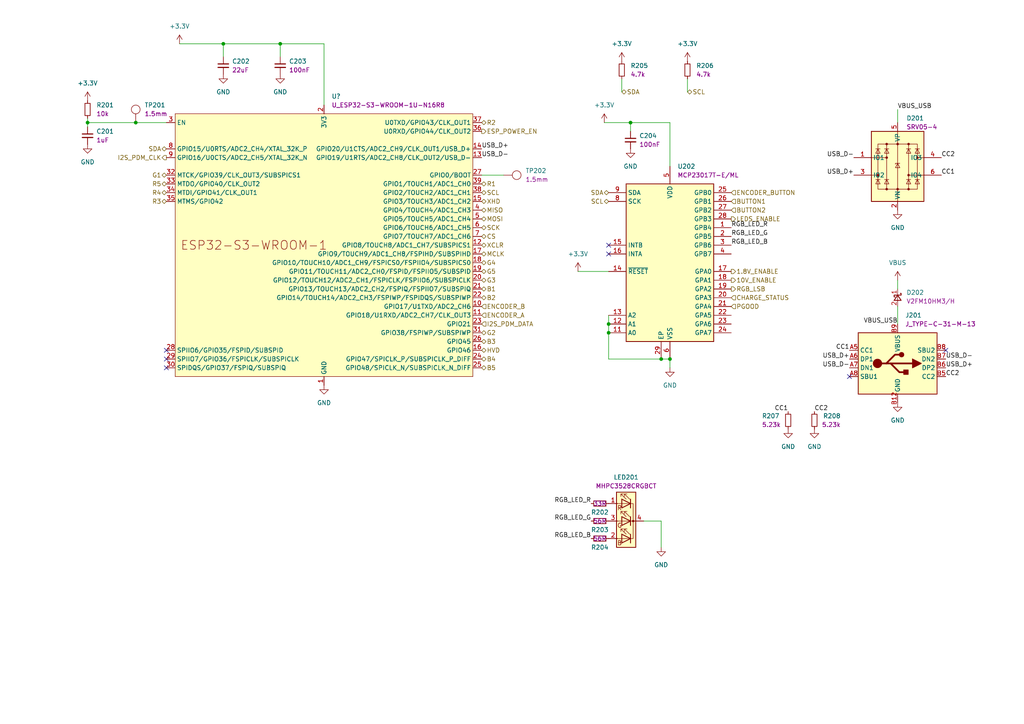
<source format=kicad_sch>
(kicad_sch (version 20230121) (generator eeschema)
  (paper "A4")
  (lib_symbols
    (symbol ".mounted-lib:C_0402_100nF_50V_X7R_10%" (pin_numbers hide)
      (property "Reference" "C?" (at 1.905 0 0))
      (property "DisplayValue" "100nF" (at 1.905 1.905 0))
      (symbol "C_0402_100nF_50V_X7R_10%_0_1"
        (polyline (pts (xy -1.524 -0.508) (xy 1.524 -0.508)) (stroke (width 0.3302)))
        (polyline (pts (xy -1.524 0.508) (xy 1.524 0.508)) (stroke (width 0.3048)))
      )
      (symbol "C_0402_100nF_50V_X7R_10%_1_1"
        (pin passive line (at 0 2.54 270) (length 2.032) (name "~") (number "1"))
        (pin passive line (at 0 -2.54 90) (length 2.032) (name "~") (number "2"))
      )
    )
    (symbol ".mounted-lib:C_0402_1uF_10V_X7R_10%" (pin_numbers hide)
      (property "Reference" "C?" (at 1.905 0 0))
      (property "DisplayValue" "1uF" (at 1.905 1.905 0))
      (symbol "C_0402_1uF_10V_X7R_10%_0_1"
        (polyline (pts (xy -1.524 -0.508) (xy 1.524 -0.508)) (stroke (width 0.3302)))
        (polyline (pts (xy -1.524 0.508) (xy 1.524 0.508)) (stroke (width 0.3048)))
      )
      (symbol "C_0402_1uF_10V_X7R_10%_1_1"
        (pin passive line (at 0 2.54 270) (length 2.032) (name "~") (number "1"))
        (pin passive line (at 0 -2.54 90) (length 2.032) (name "~") (number "2"))
      )
    )
    (symbol ".mounted-lib:C_0805_22uF_10V_XR7_20%" (pin_numbers hide)
      (property "Reference" "C?" (at 1.905 0 0))
      (property "DisplayValue" "22uF" (at 1.905 1.905 0))
      (symbol "C_0805_22uF_10V_XR7_20%_0_1"
        (polyline (pts (xy -1.524 -0.508) (xy 1.524 -0.508)) (stroke (width 0.3302)))
        (polyline (pts (xy -1.524 0.508) (xy 1.524 0.508)) (stroke (width 0.3048)))
      )
      (symbol "C_0805_22uF_10V_XR7_20%_1_1"
        (pin passive line (at 0 2.54 270) (length 2.032) (name "~") (number "1"))
        (pin passive line (at 0 -2.54 90) (length 2.032) (name "~") (number "2"))
      )
    )
    (symbol ".mounted-lib:D_SRV05-4"
      (property "Reference" "D?" (at 1.27 6.35 0))
      (property "DisplayValue" "SRV05-4" (at 10.16 -7.62 0))
      (symbol "D_SRV05-4_0_0"
        (rectangle (start -5.715 6.477) (end 5.715 -6.604))
        (polyline (pts (xy -3.175 -6.604) (xy -3.175 6.477)))
        (polyline (pts (xy 3.175 6.477) (xy 3.175 -6.604)))
      )
      (symbol "D_SRV05-4_0_1"
        (rectangle (start -7.62 10.16) (end 7.62 -10.16) (stroke (width 0.254)) (fill (type background)))
        (circle (center -5.715 -2.54) (radius 0.2794) (fill (type outline)))
        (circle (center -3.175 -6.604) (radius 0.2794) (fill (type outline)))
        (circle (center -3.175 2.54) (radius 0.2794) (fill (type outline)))
        (circle (center -3.175 6.477) (radius 0.2794) (fill (type outline)))
        (circle (center 0 -6.604) (radius 0.2794) (fill (type outline)))
        (polyline (pts (xy -7.747 2.54) (xy -3.175 2.54)))
        (polyline (pts (xy -7.62 -2.54) (xy -5.715 -2.54)))
        (polyline (pts (xy -5.08 -3.81) (xy -6.35 -3.81)))
        (polyline (pts (xy -5.08 5.08) (xy -6.35 5.08)))
        (polyline (pts (xy -2.54 -3.81) (xy -3.81 -3.81)))
        (polyline (pts (xy -2.54 5.08) (xy -3.81 5.08)))
        (polyline (pts (xy 0 10.16) (xy 0 -10.16)))
        (polyline (pts (xy 3.81 -3.81) (xy 2.54 -3.81)))
        (polyline (pts (xy 3.81 5.08) (xy 2.54 5.08)))
        (polyline (pts (xy 6.35 -3.81) (xy 5.08 -3.81)))
        (polyline (pts (xy 6.35 5.08) (xy 5.08 5.08)))
        (polyline (pts (xy 7.62 -2.54) (xy 3.175 -2.54)))
        (polyline (pts (xy 7.62 2.54) (xy 5.715 2.54)))
        (polyline (pts (xy 0.635 0.889) (xy -0.635 0.889) (xy -0.635 0.635)))
        (polyline (pts (xy -5.08 -5.08) (xy -6.35 -5.08) (xy -5.715 -3.81) (xy -5.08 -5.08)))
        (polyline (pts (xy -5.08 3.81) (xy -6.35 3.81) (xy -5.715 5.08) (xy -5.08 3.81)))
        (polyline (pts (xy -2.54 -5.08) (xy -3.81 -5.08) (xy -3.175 -3.81) (xy -2.54 -5.08)))
        (polyline (pts (xy -2.54 3.81) (xy -3.81 3.81) (xy -3.175 5.08) (xy -2.54 3.81)))
        (polyline (pts (xy 0.635 -0.381) (xy -0.635 -0.381) (xy 0 0.889) (xy 0.635 -0.381)))
        (polyline (pts (xy 3.81 -5.08) (xy 2.54 -5.08) (xy 3.175 -3.81) (xy 3.81 -5.08)))
        (polyline (pts (xy 3.81 3.81) (xy 2.54 3.81) (xy 3.175 5.08) (xy 3.81 3.81)))
        (polyline (pts (xy 6.35 -5.08) (xy 5.08 -5.08) (xy 5.715 -3.81) (xy 6.35 -5.08)))
        (polyline (pts (xy 6.35 3.81) (xy 5.08 3.81) (xy 5.715 5.08) (xy 6.35 3.81)))
        (circle (center 0 6.477) (radius 0.2794) (fill (type outline)))
        (circle (center 3.175 -6.604) (radius 0.2794) (fill (type outline)))
        (circle (center 3.175 -2.54) (radius 0.2794) (fill (type outline)))
        (circle (center 3.175 6.477) (radius 0.2794) (fill (type outline)))
        (circle (center 5.715 2.54) (radius 0.2794) (fill (type outline)))
      )
      (symbol "D_SRV05-4_1_1"
        (pin passive line (at -12.7 2.54 0) (length 5.08) (name "IO1") (number "1"))
        (pin passive line (at 0 -12.7 90) (length 2.54) (name "VN") (number "2"))
        (pin passive line (at -12.7 -2.54 0) (length 5.08) (name "IO2") (number "3"))
        (pin passive line (at 12.7 2.54 180) (length 5.08) (name "IO3") (number "4"))
        (pin passive line (at 0 12.7 270) (length 2.54) (name "VP") (number "5"))
        (pin passive line (at 12.7 -2.54 180) (length 5.08) (name "IO4") (number "6"))
      )
    )
    (symbol ".mounted-lib:D_V2FM10HM3{slash}H" (pin_names hide)
      (property "Reference" "D?" (at 0 2.54 0))
      (property "DisplayValue" "V2FM10HM3/H" (at 0 -2.54 0))
      (symbol "D_V2FM10HM3{slash}H_0_1"
        (polyline (pts (xy -0.762 0) (xy 0.762 0)))
        (polyline (pts (xy 0.762 -1.016) (xy -0.762 0) (xy 0.762 1.016) (xy 0.762 -1.016)) (stroke (width 0.254)))
        (polyline (pts (xy -1.27 0.762) (xy -1.27 1.016) (xy -0.762 1.016) (xy -0.762 -1.016) (xy -0.254 -1.016) (xy -0.254 -0.762)) (stroke (width 0.254)))
      )
      (symbol "D_V2FM10HM3{slash}H_1_1"
        (pin passive line (at -2.54 0 0) (length 1.778) (name "K") (number "1"))
        (pin passive line (at 2.54 0 180) (length 1.778) (name "A") (number "2"))
      )
    )
    (symbol ".mounted-lib:J_TYPE-C-31-M-13"
      (property "Reference" "J?" (at -11.43 12.7 0))
      (property "DisplayValue" "J_TYPE-C-31-M-13" (at -11.43 10.16 0))
      (symbol "J_TYPE-C-31-M-13_0_1"
        (rectangle (start -11.43 8.89) (end 11.43 -8.89) (stroke (width 0.254)) (fill (type background)))
        (circle (center -5.842 0) (radius 1.27) (fill (type outline)))
        (polyline (pts (xy -5.842 0) (xy 4.318 0)) (stroke (width 0.508)))
        (polyline (pts (xy -3.302 0) (xy -0.762 2.54) (xy 0.508 2.54)) (stroke (width 0.508)))
        (polyline (pts (xy -2.032 0) (xy 0.508 -2.54) (xy 1.778 -2.54)) (stroke (width 0.508)))
        (polyline (pts (xy 4.318 1.27) (xy 6.858 0) (xy 4.318 -1.27) (xy 4.318 1.27)) (stroke (width 0.254)) (fill (type outline)))
        (circle (center 1.143 2.54) (radius 0.635) (stroke (width 0.254)) (fill (type outline)))
        (rectangle (start 1.778 -1.905) (end 3.048 -3.175) (stroke (width 0.254)) (fill (type outline)))
      )
      (symbol "J_TYPE-C-31-M-13_1_1"
        (pin passive line (at 0 -11.43 90) (length 2.54) hide (name "GND") (number "A1"))
        (pin passive line (at 0 -11.43 90) (length 2.54) hide (name "GND") (number "A12"))
        (pin passive line (at 0 11.43 270) (length 2.54) hide (name "VBUS") (number "A4"))
        (pin passive line (at -13.97 3.81 0) (length 2.54) (name "CC1") (number "A5"))
        (pin passive line (at -13.97 1.27 0) (length 2.54) (name "DP1") (number "A6"))
        (pin passive line (at -13.97 -1.27 0) (length 2.54) (name "DN1") (number "A7"))
        (pin passive line (at -13.97 -3.81 0) (length 2.54) (name "SBU1") (number "A8"))
        (pin passive line (at 0 11.43 270) (length 2.54) hide (name "VBUS") (number "A9"))
        (pin passive line (at 0 -11.43 90) (length 2.54) hide (name "GND") (number "B1"))
        (pin passive line (at 0 -11.43 90) (length 2.54) (name "GND") (number "B12"))
        (pin passive line (at 0 11.43 270) (length 2.54) hide (name "VBUS") (number "B4"))
        (pin passive line (at 13.97 -3.81 180) (length 2.54) (name "CC2") (number "B5"))
        (pin passive line (at 13.97 -1.27 180) (length 2.54) (name "DP2") (number "B6"))
        (pin passive line (at 13.97 1.27 180) (length 2.54) (name "DN2") (number "B7"))
        (pin passive line (at 13.97 3.81 180) (length 2.54) (name "SBU2") (number "B8"))
        (pin passive line (at 0 11.43 270) (length 2.54) (name "VBUS") (number "B9"))
        (pin passive line (at 0 -11.43 90) (length 2.54) hide (name "GND") (number "GND"))
      )
    )
    (symbol ".mounted-lib:LED_MHPC3528CRGBCT" (pin_names hide)
      (property "Reference" "LED?" (at -5.08 14.605 0))
      (property "DisplayValue" "MHPC3528CRGBCT" (at -5.08 10.795 0))
      (symbol "LED_MHPC3528CRGBCT_0_0"
        (text "B" (at 1.905 -6.35 0) (effects (font (size 1.27 1.27))))
        (text "G" (at 1.905 -1.27 0) (effects (font (size 1.27 1.27))))
        (text "R" (at 1.905 3.81 0) (effects (font (size 1.27 1.27))))
      )
      (symbol "LED_MHPC3528CRGBCT_0_1"
        (circle (center -2.032 0) (radius 0.254) (fill (type outline)))
        (polyline (pts (xy -1.27 -5.08) (xy 1.27 -5.08)))
        (polyline (pts (xy -1.27 -3.81) (xy -1.27 -6.35)) (stroke (width 0.254)))
        (polyline (pts (xy -1.27 0) (xy -2.54 0)))
        (polyline (pts (xy -1.27 1.27) (xy -1.27 -1.27)) (stroke (width 0.254)))
        (polyline (pts (xy -1.27 5.08) (xy 1.27 5.08)))
        (polyline (pts (xy -1.27 6.35) (xy -1.27 3.81)) (stroke (width 0.254)))
        (polyline (pts (xy 1.27 -5.08) (xy 2.54 -5.08)))
        (polyline (pts (xy 1.27 0) (xy -1.27 0)))
        (polyline (pts (xy 1.27 0) (xy 2.54 0)))
        (polyline (pts (xy 1.27 5.08) (xy 2.54 5.08)))
        (polyline (pts (xy -1.27 1.27) (xy -1.27 -1.27) (xy -1.27 -1.27)))
        (polyline (pts (xy -1.27 6.35) (xy -1.27 3.81) (xy -1.27 3.81)))
        (polyline (pts (xy -1.27 5.08) (xy -2.032 5.08) (xy -2.032 -5.08) (xy -1.016 -5.08)))
        (polyline (pts (xy 1.27 -3.81) (xy 1.27 -6.35) (xy -1.27 -5.08) (xy 1.27 -3.81)) (stroke (width 0.254)))
        (polyline (pts (xy 1.27 1.27) (xy 1.27 -1.27) (xy -1.27 0) (xy 1.27 1.27)) (stroke (width 0.254)))
        (polyline (pts (xy 1.27 6.35) (xy 1.27 3.81) (xy -1.27 5.08) (xy 1.27 6.35)) (stroke (width 0.254)))
        (polyline (pts (xy -1.016 -3.81) (xy 0.508 -2.286) (xy -0.254 -2.286) (xy 0.508 -2.286) (xy 0.508 -3.048)))
        (polyline (pts (xy -1.016 1.27) (xy 0.508 2.794) (xy -0.254 2.794) (xy 0.508 2.794) (xy 0.508 2.032)))
        (polyline (pts (xy -1.016 6.35) (xy 0.508 7.874) (xy -0.254 7.874) (xy 0.508 7.874) (xy 0.508 7.112)))
        (polyline (pts (xy 0 -3.81) (xy 1.524 -2.286) (xy 0.762 -2.286) (xy 1.524 -2.286) (xy 1.524 -3.048)))
        (polyline (pts (xy 0 1.27) (xy 1.524 2.794) (xy 0.762 2.794) (xy 1.524 2.794) (xy 1.524 2.032)))
        (polyline (pts (xy 0 6.35) (xy 1.524 7.874) (xy 0.762 7.874) (xy 1.524 7.874) (xy 1.524 7.112)))
        (rectangle (start 1.27 -1.27) (end 1.27 1.27))
        (rectangle (start 1.27 1.27) (end 1.27 1.27))
        (rectangle (start 1.27 3.81) (end 1.27 6.35))
        (rectangle (start 1.27 6.35) (end 1.27 6.35))
        (rectangle (start 1.27 6.35) (end 1.27 6.35))
        (rectangle (start 2.794 8.382) (end -2.794 -7.62) (stroke (width 0.254)) (fill (type background)))
      )
      (symbol "LED_MHPC3528CRGBCT_1_1"
        (pin passive line (at 5.08 5.08 180) (length 2.54) (name "RA") (number "1"))
        (pin passive line (at 5.08 -5.08 180) (length 2.54) (name "GA") (number "2"))
        (pin passive line (at 5.08 0 180) (length 2.54) (name "BA") (number "3"))
        (pin passive line (at -5.08 0 0) (length 2.54) (name "K") (number "4"))
      )
    )
    (symbol ".mounted-lib:R_0402_10k_1%_0.06W" (pin_numbers hide)
      (property "Reference" "R?" (at 1.27 0 0))
      (property "DisplayValue" "10k" (at 1.27 1.905 0))
      (symbol "R_0402_10k_1%_0.06W_0_1"
        (rectangle (start -0.762 1.778) (end 0.762 -1.778) (stroke (width 0.2032)))
      )
      (symbol "R_0402_10k_1%_0.06W_1_1"
        (pin passive line (at 0 2.54 270) (length 0.762) (name "~") (number "1"))
        (pin passive line (at 0 -2.54 90) (length 0.762) (name "~") (number "2"))
      )
    )
    (symbol ".mounted-lib:R_0402_33R_1%_0.06W" (pin_numbers hide)
      (property "Reference" "R?" (at 1.27 0 0))
      (property "DisplayValue" "33R" (at 1.27 1.905 0))
      (symbol "R_0402_33R_1%_0.06W_0_1"
        (rectangle (start -0.762 1.778) (end 0.762 -1.778) (stroke (width 0.2032)))
      )
      (symbol "R_0402_33R_1%_0.06W_1_1"
        (pin passive line (at 0 2.54 270) (length 0.762) (name "~") (number "1"))
        (pin passive line (at 0 -2.54 90) (length 0.762) (name "~") (number "2"))
      )
    )
    (symbol ".mounted-lib:R_0402_4.7k_1%_0.06W" (pin_numbers hide)
      (property "Reference" "R?" (at 1.27 0 0))
      (property "DisplayValue" "4.7k" (at 1.27 1.905 0))
      (symbol "R_0402_4.7k_1%_0.06W_0_1"
        (rectangle (start -0.762 1.778) (end 0.762 -1.778) (stroke (width 0.2032)))
      )
      (symbol "R_0402_4.7k_1%_0.06W_1_1"
        (pin passive line (at 0 2.54 270) (length 0.762) (name "~") (number "1"))
        (pin passive line (at 0 -2.54 90) (length 0.762) (name "~") (number "2"))
      )
    )
    (symbol ".mounted-lib:R_0402_5.23k_1%_0.06W" (pin_numbers hide)
      (property "Reference" "R?" (at 1.27 0 0))
      (property "DisplayValue" "5.23k" (at 1.27 1.905 0))
      (symbol "R_0402_5.23k_1%_0.06W_0_1"
        (rectangle (start -0.762 1.778) (end 0.762 -1.778) (stroke (width 0.2032)))
      )
      (symbol "R_0402_5.23k_1%_0.06W_1_1"
        (pin passive line (at 0 2.54 270) (length 0.762) (name "~") (number "1"))
        (pin passive line (at 0 -2.54 90) (length 0.762) (name "~") (number "2"))
      )
    )
    (symbol ".mounted-lib:TESTPOINT_1.5MM" (in_bom no)
      (property "Reference" "TP" (at 0 2.54 0))
      (property "DisplayValue" "1.5mm" (at 0 -2.54 0))
      (symbol "TESTPOINT_1.5MM_0_1"
        (circle (center 0 0) (radius 1.27))
      )
      (symbol "TESTPOINT_1.5MM_1_1"
        (pin passive line (at 3.81 0 180) (length 2.54) (name "~") (number "1"))
      )
    )
    (symbol ".mounted-lib:U_ESP32-S3-WROOM-1U-N16R8"
      (property "Reference" "U1" (at 2.1941 43.18 0))
      (property "DisplayValue" "U_ESP32-S3-WROOM-1U-N16R8" (at 2.1941 40.64 0))
      (symbol "U_ESP32-S3-WROOM-1U-N16R8_0_0"
        (text "ESP32-S3-WROOM-1" (at -20.32 0 0) (effects (font (size 2.54 2.54))))
        (pin power_in line (at 0 -40.64 90) (length 2.54) (name "GND") (number "1"))
        (pin bidirectional line (at 45.72 -17.78 180) (length 2.54) (name "GPIO17/U1TXD/ADC2_CH6") (number "10"))
        (pin bidirectional line (at 45.72 -20.32 180) (length 2.54) (name "GPIO18/U1RXD/ADC2_CH7/CLK_OUT3") (number "11"))
        (pin bidirectional line (at 45.72 0 180) (length 2.54) (name "GPIO8/TOUCH8/ADC1_CH7/SUBSPICS1") (number "12"))
        (pin bidirectional line (at 45.72 25.4 180) (length 2.54) (name "GPIO19/U1RTS/ADC2_CH8/CLK_OUT2/USB_D-") (number "13"))
        (pin bidirectional line (at 45.72 27.94 180) (length 2.54) (name "GPIO20/U1CTS/ADC2_CH9/CLK_OUT1/USB_D+") (number "14"))
        (pin bidirectional line (at 45.72 12.7 180) (length 2.54) (name "GPIO3/TOUCH3/ADC1_CH2") (number "15"))
        (pin bidirectional line (at 45.72 -30.48 180) (length 2.54) (name "GPIO46") (number "16"))
        (pin bidirectional line (at 45.72 -2.54 180) (length 2.54) (name "GPIO9/TOUCH9/ADC1_CH8/FSPIHD/SUBSPIHD") (number "17"))
        (pin bidirectional line (at 45.72 -5.08 180) (length 2.54) (name "GPIO10/TOUCH10/ADC1_CH9/FSPICS0/FSPIIO4/SUBSPICS0") (number "18"))
        (pin bidirectional line (at 45.72 -7.62 180) (length 2.54) (name "GPIO11/TOUCH11/ADC2_CH0/FSPID/FSPIIO5/SUBSPID") (number "19"))
        (pin power_in line (at 0 40.64 270) (length 2.54) (name "3V3") (number "2"))
        (pin bidirectional line (at 45.72 -10.16 180) (length 2.54) (name "GPIO12/TOUCH12/ADC2_CH1/FSPICLK/FSPIIO6/SUBSPICLK") (number "20"))
        (pin bidirectional line (at 45.72 -12.7 180) (length 2.54) (name "GPIO13/TOUCH13/ADC2_CH2/FSPIQ/FSPIIO7/SUBSPIQ") (number "21"))
        (pin bidirectional line (at 45.72 -15.24 180) (length 2.54) (name "GPIO14/TOUCH14/ADC2_CH3/FSPIWP/FSPIDQS/SUBSPIWP") (number "22"))
        (pin bidirectional line (at 45.72 -22.86 180) (length 2.54) (name "GPIO21") (number "23"))
        (pin bidirectional line (at 45.72 -33.02 180) (length 2.54) (name "GPIO47/SPICLK_P/SUBSPICLK_P_DIFF") (number "24"))
        (pin bidirectional line (at 45.72 -35.56 180) (length 2.54) (name "GPIO48/SPICLK_N/SUBSPICLK_N_DIFF") (number "25"))
        (pin bidirectional line (at 45.72 -27.94 180) (length 2.54) (name "GPIO45") (number "26"))
        (pin bidirectional line (at 45.72 20.32 180) (length 2.54) (name "GPIO0/BOOT") (number "27"))
        (pin bidirectional line (at -45.72 -30.48 0) (length 2.54) (name "SPIIO6/GPIO35/FSPID/SUBSPID") (number "28"))
        (pin bidirectional line (at -45.72 -33.02 0) (length 2.54) (name "SPIIO7/GPIO36/FSPICLK/SUBSPICLK") (number "29"))
        (pin input line (at -45.72 35.56 0) (length 2.54) (name "EN") (number "3"))
        (pin bidirectional line (at -45.72 -35.56 0) (length 2.54) (name "SPIDQS/GPIO37/FSPIQ/SUBSPIQ") (number "30"))
        (pin bidirectional line (at 45.72 -25.4 180) (length 2.54) (name "GPIO38/FSPIWP/SUBSPIWP") (number "31"))
        (pin bidirectional line (at -45.72 20.32 0) (length 2.54) (name "MTCK/GPIO39/CLK_OUT3/SUBSPICS1") (number "32"))
        (pin bidirectional line (at -45.72 17.78 0) (length 2.54) (name "MTDO/GPIO40/CLK_OUT2") (number "33"))
        (pin bidirectional line (at -45.72 15.24 0) (length 2.54) (name "MTDI/GPIO41/CLK_OUT1") (number "34"))
        (pin bidirectional line (at -45.72 12.7 0) (length 2.54) (name "MTMS/GPIO42") (number "35"))
        (pin bidirectional line (at 45.72 33.02 180) (length 2.54) (name "U0RXD/GPIO44/CLK_OUT2") (number "36"))
        (pin bidirectional line (at 45.72 35.56 180) (length 2.54) (name "U0TXD/GPIO43/CLK_OUT1") (number "37"))
        (pin bidirectional line (at 45.72 15.24 180) (length 2.54) (name "GPIO2/TOUCH2/ADC1_CH1") (number "38"))
        (pin bidirectional line (at 45.72 17.78 180) (length 2.54) (name "GPIO1/TOUCH1/ADC1_CH0") (number "39"))
        (pin bidirectional line (at 45.72 10.16 180) (length 2.54) (name "GPIO4/TOUCH4/ADC1_CH3") (number "4"))
        (pin passive line (at 0 -40.64 90) (length 2.54) hide (name "GND") (number "40"))
        (pin passive line (at 0 -40.64 90) (length 2.54) hide (name "GND") (number "41"))
        (pin bidirectional line (at 45.72 7.62 180) (length 2.54) (name "GPIO5/TOUCH5/ADC1_CH4") (number "5"))
        (pin bidirectional line (at 45.72 5.08 180) (length 2.54) (name "GPIO6/TOUCH6/ADC1_CH5") (number "6"))
        (pin bidirectional line (at 45.72 2.54 180) (length 2.54) (name "GPIO7/TOUCH7/ADC1_CH6") (number "7"))
        (pin bidirectional line (at -45.72 27.94 0) (length 2.54) (name "GPIO15/U0RTS/ADC2_CH4/XTAL_32K_P") (number "8"))
        (pin bidirectional line (at -45.72 25.4 0) (length 2.54) (name "GPIO16/U0CTS/ADC2_CH5/XTAL_32K_N") (number "9"))
      )
      (symbol "U_ESP32-S3-WROOM-1U-N16R8_0_1"
        (rectangle (start -43.18 38.1) (end 43.18 -38.1) (fill (type background)))
      )
    )
    (symbol ".mounted-lib:U_MCP23017T-E/ML"
      (property "Reference" "U?" (at 3.81 24.13 0))
      (property "DisplayValue" "MCP23017T-E/ML" (at 3.81 21.59 0))
      (symbol "U_MCP23017T-E/ML_0_1"
        (rectangle (start -12.7 20.32) (end 12.7 -25.4) (stroke (width 0.254)) (fill (type background)))
      )
      (symbol "U_MCP23017T-E/ML_1_1"
        (pin bidirectional line (at 17.78 7.62 180) (length 5.08) (name "GPB4") (number "1"))
        (pin no_connect line (at -17.78 10.16 0) (length 5.08) hide (name "NC") (number "10"))
        (pin input line (at -17.78 -22.86 0) (length 5.08) (name "A0") (number "11"))
        (pin input line (at -17.78 -20.32 0) (length 5.08) (name "A1") (number "12"))
        (pin input line (at -17.78 -17.78 0) (length 5.08) (name "A2") (number "13"))
        (pin input line (at -17.78 -5.08 0) (length 5.08) (name "~{RESET}") (number "14"))
        (pin tri_state line (at -17.78 2.54 0) (length 5.08) (name "INTB") (number "15"))
        (pin tri_state line (at -17.78 0 0) (length 5.08) (name "INTA") (number "16"))
        (pin bidirectional line (at 17.78 -5.08 180) (length 5.08) (name "GPA0") (number "17"))
        (pin bidirectional line (at 17.78 -7.62 180) (length 5.08) (name "GPA1") (number "18"))
        (pin bidirectional line (at 17.78 -10.16 180) (length 5.08) (name "GPA2") (number "19"))
        (pin bidirectional line (at 17.78 5.08 180) (length 5.08) (name "GPB5") (number "2"))
        (pin bidirectional line (at 17.78 -12.7 180) (length 5.08) (name "GPA3") (number "20"))
        (pin bidirectional line (at 17.78 -15.24 180) (length 5.08) (name "GPA4") (number "21"))
        (pin bidirectional line (at 17.78 -17.78 180) (length 5.08) (name "GPA5") (number "22"))
        (pin bidirectional line (at 17.78 -20.32 180) (length 5.08) (name "GPA6") (number "23"))
        (pin bidirectional line (at 17.78 -22.86 180) (length 5.08) (name "GPA7") (number "24"))
        (pin bidirectional line (at 17.78 17.78 180) (length 5.08) (name "GPB0") (number "25"))
        (pin bidirectional line (at 17.78 15.24 180) (length 5.08) (name "GPB1") (number "26"))
        (pin bidirectional line (at 17.78 12.7 180) (length 5.08) (name "GPB2") (number "27"))
        (pin bidirectional line (at 17.78 10.16 180) (length 5.08) (name "GPB3") (number "28"))
        (pin passive line (at -2.54 -30.48 90) (length 5.08) (name "EP") (number "29"))
        (pin bidirectional line (at 17.78 2.54 180) (length 5.08) (name "GPB6") (number "3"))
        (pin bidirectional line (at 17.78 0 180) (length 5.08) (name "GPB7") (number "4"))
        (pin power_in line (at 0 25.4 270) (length 5.08) (name "VDD") (number "5"))
        (pin power_in line (at 0 -30.48 90) (length 5.08) (name "VSS") (number "6"))
        (pin no_connect line (at -17.78 12.7 0) (length 5.08) hide (name "NC") (number "7"))
        (pin input line (at -17.78 15.24 0) (length 5.08) (name "SCK") (number "8"))
        (pin bidirectional line (at -17.78 17.78 0) (length 5.08) (name "SDA") (number "9"))
      )
    )
    (symbol "R_0402_56R_1%_0.06W_1" (pin_numbers hide)
      (property "Reference" "R?" (at 1.27 0 0))
      (property "DisplayValue" "56R" (at 1.27 1.905 0))
      (symbol "R_0402_56R_1%_0.06W_1_0_1"
        (rectangle (start -0.762 1.778) (end 0.762 -1.778) (stroke (width 0.2032)))
      )
      (symbol "R_0402_56R_1%_0.06W_1_1_1"
        (pin passive line (at 0 2.54 270) (length 0.762) (name "~") (number "1"))
        (pin passive line (at 0 -2.54 90) (length 0.762) (name "~") (number "2"))
      )
    )
    (symbol "power:+3.3V" (power) (pin_names (offset 0))
      (property "Value" "+3.3V" (at 0 3.556 0))
      (symbol "+3.3V_0_1"
        (polyline (pts (xy -0.762 1.27) (xy 0 2.54)))
        (polyline (pts (xy 0 0) (xy 0 2.54)))
        (polyline (pts (xy 0 2.54) (xy 0.762 1.27)))
      )
      (symbol "+3.3V_1_1"
        (pin power_in line (at 0 0 90) (length 0) hide (name "+3.3V") (number "1"))
      )
    )
    (symbol "power:GND" (power) (pin_names (offset 0))
      (property "Value" "GND" (at 0 -3.81 0))
      (symbol "GND_0_1"
        (polyline (pts (xy 0 0) (xy 0 -1.27) (xy 1.27 -1.27) (xy 0 -2.54) (xy -1.27 -1.27) (xy 0 -1.27)))
      )
      (symbol "GND_1_1"
        (pin power_in line (at 0 0 270) (length 0) hide (name "GND") (number "1"))
      )
    )
    (symbol "power:VBUS" (power) (pin_names (offset 0))
      (property "Value" "VBUS" (at 0 3.81 0))
      (symbol "VBUS_0_1"
        (polyline (pts (xy -0.762 1.27) (xy 0 2.54)))
        (polyline (pts (xy 0 0) (xy 0 2.54)))
        (polyline (pts (xy 0 2.54) (xy 0.762 1.27)))
      )
      (symbol "VBUS_1_1"
        (pin power_in line (at 0 0 90) (length 0) hide (name "VBUS") (number "1"))
      )
    )
  )
  (junction (at 182.88 35.56))
  (junction (at 194.31 104.14))
  (junction (at 176.53 93.98))
  (junction (at 81.28 12.7))
  (junction (at 191.77 104.14))
  (junction (at 25.4 35.56))
  (junction (at 39.37 35.56))
  (junction (at 176.53 96.52))
  (junction (at 64.77 12.7))
  (no_connect (at 246.38 109.22))
  (no_connect (at 48.26 101.6))
  (no_connect (at 48.26 106.68))
  (no_connect (at 176.53 71.12))
  (no_connect (at 274.32 101.6))
  (no_connect (at 176.53 73.66))
  (no_connect (at 48.26 104.14))
  (wire (pts (xy 25.4 35.56) (xy 39.37 35.56)))
  (wire (pts (xy 260.35 88.9) (xy 260.35 93.98)))
  (wire (pts (xy 194.31 35.56) (xy 194.31 48.26)))
  (wire (pts (xy 93.98 12.7) (xy 93.98 30.48)))
  (wire (pts (xy 146.05 50.8) (xy 139.7 50.8)))
  (wire (pts (xy 186.69 151.13) (xy 191.77 151.13)))
  (wire (pts (xy 176.53 93.98) (xy 176.53 91.44)))
  (wire (pts (xy 199.39 26.67) (xy 199.39 22.86)))
  (wire (pts (xy 167.64 78.74) (xy 176.53 78.74)))
  (wire (pts (xy 81.28 16.51) (xy 81.28 12.7)))
  (wire (pts (xy 260.35 31.75) (xy 260.35 35.56)))
  (wire (pts (xy 25.4 35.56) (xy 25.4 36.83)))
  (wire (pts (xy 260.35 81.28) (xy 260.35 83.82)))
  (wire (pts (xy 191.77 151.13) (xy 191.77 158.75)))
  (wire (pts (xy 64.77 16.51) (xy 64.77 12.7)))
  (wire (pts (xy 182.88 35.56) (xy 194.31 35.56)))
  (wire (pts (xy 52.07 12.7) (xy 64.77 12.7)))
  (wire (pts (xy 81.28 12.7) (xy 93.98 12.7)))
  (wire (pts (xy 175.26 35.56) (xy 182.88 35.56)))
  (wire (pts (xy 194.31 104.14) (xy 191.77 104.14)))
  (wire (pts (xy 39.37 35.56) (xy 48.26 35.56)))
  (wire (pts (xy 180.34 26.67) (xy 180.34 22.86)))
  (wire (pts (xy 64.77 12.7) (xy 81.28 12.7)))
  (wire (pts (xy 191.77 104.14) (xy 176.53 104.14)))
  (wire (pts (xy 176.53 96.52) (xy 176.53 93.98)))
  (wire (pts (xy 176.53 104.14) (xy 176.53 96.52)))
  (wire (pts (xy 25.4 34.29) (xy 25.4 35.56)))
  (wire (pts (xy 194.31 106.68) (xy 194.31 104.14)))
  (wire (pts (xy 182.88 38.1) (xy 182.88 35.56)))
  (label "CC1" (at 273.05 50.8 0))
  (label "CC1" (at 228.6 119.38 180))
  (label "CC2" (at 273.05 45.72 0))
  (label "CC2" (at 274.32 109.22 0))
  (label "USB_D+" (at 247.65 50.8 180))
  (label "USB_D-" (at 139.7 45.72 0))
  (label "USB_D+" (at 246.38 104.14 180))
  (label "USB_D-" (at 246.38 106.68 180))
  (label "VBUS_USB" (at 260.35 31.75 0))
  (label "USB_D-" (at 247.65 45.72 180))
  (label "CC1" (at 246.38 101.6 180))
  (label "USB_D+" (at 274.32 106.68 0))
  (label "VBUS_USB" (at 260.35 93.98 180))
  (label "CC2" (at 236.22 119.38 0))
  (label "RGB_LED_R" (at 171.45 146.05 180))
  (label "RGB_LED_G" (at 171.45 151.13 180))
  (label "RGB_LED_R" (at 212.09 66.04 0))
  (label "RGB_LED_B" (at 212.09 71.12 0))
  (label "RGB_LED_G" (at 212.09 68.58 0))
  (label "USB_D-" (at 274.32 104.14 0))
  (label "RGB_LED_B" (at 171.45 156.21 180))
  (label "USB_D+" (at 139.7 43.18 0))
  (hierarchical_label "G2" (shape bidirectional) (at 139.7 96.52 0))
  (hierarchical_label "MISO" (shape bidirectional) (at 139.7 60.96 0))
  (hierarchical_label "XHD" (shape bidirectional) (at 139.7 58.42 0))
  (hierarchical_label "RGB_LSB" (shape output) (at 212.09 83.82 0))
  (hierarchical_label "SDA" (shape bidirectional) (at 48.26 43.18 180))
  (hierarchical_label "I2S_PDM_DATA" (shape input) (at 139.7 93.98 0))
  (hierarchical_label "B2" (shape bidirectional) (at 139.7 86.36 0))
  (hierarchical_label "B3" (shape bidirectional) (at 139.7 99.06 0))
  (hierarchical_label "R5" (shape bidirectional) (at 48.26 53.34 180))
  (hierarchical_label "R2" (shape bidirectional) (at 139.7 35.56 0))
  (hierarchical_label "R4" (shape bidirectional) (at 48.26 55.88 180))
  (hierarchical_label "XCLR" (shape bidirectional) (at 139.7 71.12 0))
  (hierarchical_label "ENCODER_A" (shape input) (at 139.7 91.44 0))
  (hierarchical_label "SDA" (shape bidirectional) (at 176.53 55.88 180))
  (hierarchical_label "SCL" (shape bidirectional) (at 199.39 26.67 0))
  (hierarchical_label "SCL" (shape bidirectional) (at 139.7 55.88 0))
  (hierarchical_label "G4" (shape bidirectional) (at 139.7 76.2 0))
  (hierarchical_label "B1" (shape bidirectional) (at 139.7 83.82 0))
  (hierarchical_label "SCK" (shape bidirectional) (at 139.7 66.04 0))
  (hierarchical_label "R1" (shape bidirectional) (at 139.7 53.34 0))
  (hierarchical_label "G1" (shape bidirectional) (at 48.26 50.8 180))
  (hierarchical_label "I2S_PDM_CLK" (shape output) (at 48.26 45.72 180))
  (hierarchical_label "SDA" (shape bidirectional) (at 180.34 26.67 0))
  (hierarchical_label "SCL" (shape bidirectional) (at 176.53 58.42 180))
  (hierarchical_label "G5" (shape bidirectional) (at 139.7 78.74 0))
  (hierarchical_label "MOSI" (shape bidirectional) (at 139.7 63.5 0))
  (hierarchical_label "G3" (shape bidirectional) (at 139.7 81.28 0))
  (hierarchical_label "ENCODER_B" (shape input) (at 139.7 88.9 0))
  (hierarchical_label "ESP_POWER_EN" (shape output) (at 139.7 38.1 0))
  (hierarchical_label "10V_ENABLE" (shape output) (at 212.09 81.28 0))
  (hierarchical_label "ENCODER_BUTTON" (shape input) (at 212.09 55.88 0))
  (hierarchical_label "CS" (shape bidirectional) (at 139.7 68.58 0))
  (hierarchical_label "B5" (shape bidirectional) (at 139.7 106.68 0))
  (hierarchical_label "PGOOD" (shape input) (at 212.09 88.9 0))
  (hierarchical_label "MCLK" (shape bidirectional) (at 139.7 73.66 0))
  (hierarchical_label "CHARGE_STATUS" (shape input) (at 212.09 86.36 0))
  (hierarchical_label "1.8V_ENABLE" (shape output) (at 212.09 78.74 0))
  (hierarchical_label "B4" (shape bidirectional) (at 139.7 104.14 0))
  (hierarchical_label "LEDS_ENABLE" (shape output) (at 212.09 63.5 0))
  (hierarchical_label "BUTTON1" (shape input) (at 212.09 58.42 0))
  (hierarchical_label "BUTTON2" (shape input) (at 212.09 60.96 0))
  (hierarchical_label "R3" (shape bidirectional) (at 48.26 58.42 180))
  (hierarchical_label "HVD" (shape bidirectional) (at 139.7 101.6 0))
  (symbol (lib_id "power:+3.3V") (at 199.39 17.78 0) (unit 1)
    (property "Reference" "#PWR0213" (effects hide))
    (property "Value" "+3.3V" (at 199.39 12.7 0))
  )
  (symbol (lib_id ".mounted-lib:C_0402_100nF_50V_X7R_10%") (at 182.88 40.64 0) (unit 1)
    (property "Reference" "C204" (at 185.42 39.3763 0) (effects (justify left)))
    (property "Value" "C_0603_100nF_100V_X7R_10%" (effects hide))
    (property "Footprint" ".mounted-lib:C_0402_1005Metric" (effects hide))
    (property "Datasheet" "http://127.0.0.1" (effects hide))
    (property "DisplayValue" "100nF" (at 185.42 41.9163 0) (effects (justify left)))
    (property "CMP_ID" "1062" (effects hide))
    (property "Category" "CAPACITOR" (effects hide))
    (property "Family" "MLCC" (effects hide))
    (property "_Created" "LTT 2022-05-11" (effects hide))
    (property "_Checked" "MAR 2022-05-18" (effects hide))
    (property "Mount" "SMD" (effects hide))
    (property "Package" "C0603" (effects hide))
    (property "TempMin_C" "-55°C" (effects hide))
    (property "TempMax_C" "125°C" (effects hide))
    (property "Automotive" "N" (effects hide))
    (property "MaxHeight_mm" "0.5mm" (effects hide))
    (property "Voltage" "50V" (effects hide))
    (property "Dielectric" "X7R" (effects hide))
    (property "Tolerance" "10%" (effects hide))
  )
  (symbol (lib_id ".mounted-lib:LED_MHPC3528CRGBCT") (at 181.61 151.13 0) (mirror y) (unit 1)
    (property "Reference" "LED201" (at 181.61 138.43 0))
    (property "Value" "LED_MHPC3528CRGBCT" (effects hide))
    (property "Footprint" ".mounted-lib:LED_MHPC3528CRGBCT" (effects hide))
    (property "Datasheet" "https://datasheet.lcsc.com/lcsc/2202141600_MEIHUA-MHPC3528CRGBCT_C2962096.pdf" (effects hide))
    (property "Manufacturer" "MEIHUA" (effects hide))
    (property "MPN" "MHPC3528CRGBCT" (effects hide))
    (property "DisplayValue" "MHPC3528CRGBCT" (at 181.61 140.97 0))
    (property "CMP_ID" "1093" (effects hide))
    (property "Category" "DIODE" (effects hide))
    (property "Family" "LED RGB" (effects hide))
    (property "_Created" "JCN 2023-11-22" (effects hide))
    (property "Mount" "SMD" (effects hide))
    (property "Package" "SMD3528" (effects hide))
    (property "TempMin_C" "-40°C" (effects hide))
    (property "TempMax_C" "+85°C" (effects hide))
    (property "Automotive" "N" (effects hide))
    (property "MaxHeight_mm" "1.85mm" (effects hide))
  )
  (symbol (lib_id "power:GND") (at 191.77 158.75 0) (unit 1)
    (property "Reference" "#PWR0211" (effects hide))
    (property "Value" "GND" (at 191.77 163.83 0))
  )
  (symbol (lib_id "power:GND") (at 260.35 116.84 0) (unit 1)
    (property "Reference" "#PWR0218" (effects hide))
    (property "Value" "GND" (at 260.35 121.92 0))
  )
  (symbol (lib_id "power:GND") (at 25.4 41.91 0) (unit 1)
    (property "Reference" "#PWR0202" (effects hide))
    (property "Value" "GND" (at 25.4 46.99 0))
  )
  (symbol (lib_id "power:GND") (at 228.6 124.46 0) (unit 1)
    (property "Reference" "#PWR0214" (effects hide))
    (property "Value" "GND" (at 228.6 129.54 0))
  )
  (symbol (lib_id ".mounted-lib:TESTPOINT_1.5MM") (at 39.37 31.75 270) (unit 1) (in_bom no)
    (property "Reference" "TP201" (at 41.91 30.48 90) (effects (justify left)))
    (property "Value" "TESTPOINT_1.5MM" (effects hide))
    (property "Footprint" ".mounted-lib:TESTPOINT_1.5MM" (effects hide))
    (property "Datasheet" "http://127.0.0.1" (effects hide))
    (property "DisplayValue" "1.5mm" (at 41.91 33.02 90) (effects (justify left)))
    (property "_Created" "JCN 2022-08-04" (effects hide))
    (property "Category" "TEST POINT" (effects hide))
    (property "Family" "Exposed copper" (effects hide))
  )
  (symbol (lib_id "power:GND") (at 194.31 106.68 0) (unit 1)
    (property "Reference" "#PWR0212" (effects hide))
    (property "Value" "GND" (at 194.31 111.76 0))
  )
  (symbol (lib_id "power:+3.3V") (at 52.07 12.7 0) (unit 1)
    (property "Reference" "#PWR0203" (effects hide))
    (property "Value" "+3.3V" (at 52.07 7.62 0))
  )
  (symbol (lib_id ".mounted-lib:R_0402_5.23k_1%_0.06W") (at 228.6 121.92 0) (unit 1)
    (property "Reference" "R207" (at 220.98 120.65 0) (effects (justify left)))
    (property "Value" "R_0603_5.23k_1%_0.1W" (effects hide))
    (property "Footprint" ".mounted-lib:R_0402_1005Metric" (effects hide))
    (property "Datasheet" "http://127.0.0.1" (effects hide))
    (property "DisplayValue" "5.23k" (at 220.98 123.19 0) (effects (justify left)))
    (property "CMP_ID" "1072" (effects hide))
    (property "Category" "RESISTOR" (effects hide))
    (property "Family" "THICK FILM" (effects hide))
    (property "_Created" "JCN 2023-11-12" (effects hide))
    (property "Mount" "SMD" (effects hide))
    (property "Package" "R0402" (effects hide))
    (property "TempMin_C" "-55°C" (effects hide))
    (property "TempMax_C" "155°C" (effects hide))
    (property "Automotive" "Y" (effects hide))
    (property "MaxHeight_mm" "0.35mm" (effects hide))
    (property "Tolerance" "1%" (effects hide))
    (property "Power_W" "0.06W" (effects hide))
  )
  (symbol (lib_id ".mounted-lib:D_V2FM10HM3{slash}H") (at 260.35 86.36 270) (unit 1)
    (property "Reference" "D202" (at 262.89 84.836 90) (effects (justify left)))
    (property "Value" "D_V2FM10HM3/H" (effects hide))
    (property "Footprint" ".mounted-lib:D_SMF_VISHAY" (effects hide))
    (property "Datasheet" "https://www.vishay.com/docs/87562/v2fm10.pdf" (effects hide))
    (property "Manufacturer" "VISHAY" (effects hide))
    (property "MPN" "V2FM10HM3/H" (effects hide))
    (property "DisplayValue" "V2FM10HM3/H" (at 262.89 87.376 90) (effects (justify left)))
    (property "CMP_ID" "1052" (effects hide))
    (property "Category" "DIODE" (effects hide))
    (property "Family" "SCHOTTKY" (effects hide))
    (property "_Created" "JCN 2022-05-12" (effects hide))
    (property "_Checked" "MAR 2022-05-18" (effects hide))
    (property "Mount" "SMD" (effects hide))
    (property "Package" "SMF" (effects hide))
    (property "TempMin_C" "-40°C" (effects hide))
    (property "TempMax_C" "175°C" (effects hide))
    (property "Automotive" "N" (effects hide))
    (property "MaxHeight_mm" "1.08mm" (effects hide))
  )
  (symbol (lib_id ".mounted-lib:TESTPOINT_1.5MM") (at 149.86 50.8 180) (unit 1) (in_bom no)
    (property "Reference" "TP202" (at 152.4 49.53 0) (effects (justify right)))
    (property "Value" "TESTPOINT_1.5MM" (effects hide))
    (property "Footprint" ".mounted-lib:TESTPOINT_1.5MM" (effects hide))
    (property "Datasheet" "http://127.0.0.1" (effects hide))
    (property "DisplayValue" "1.5mm" (at 152.4 52.07 0) (effects (justify right)))
    (property "_Created" "JCN 2022-08-04" (effects hide))
    (property "Category" "TEST POINT" (effects hide))
    (property "Family" "Exposed copper" (effects hide))
  )
  (symbol (lib_id "power:+3.3V") (at 180.34 17.78 0) (unit 1)
    (property "Reference" "#PWR0209" (effects hide))
    (property "Value" "+3.3V" (at 180.34 12.7 0))
  )
  (symbol (lib_id "power:GND") (at 236.22 124.46 0) (unit 1)
    (property "Reference" "#PWR0215" (effects hide))
    (property "Value" "GND" (at 236.22 129.54 0))
  )
  (symbol (lib_id ".mounted-lib:R_0402_33R_1%_0.06W") (at 173.99 146.05 90) (unit 1)
    (property "Reference" "R202" (at 173.99 148.59 90))
    (property "Value" "R_0402_33R_1%_0.06W" (effects hide))
    (property "Footprint" ".mounted-lib:R_0402_1005Metric" (effects hide))
    (property "Datasheet" "http://127.0.0.1" (effects hide))
    (property "DisplayValue" "33R" (at 173.99 146.05 90))
    (property "CMP_ID" "1091" (effects hide))
    (property "Category" "RESISTOR" (effects hide))
    (property "Family" "THICK FILM" (effects hide))
    (property "_Created" "JCN 2023-11-12" (effects hide))
    (property "Mount" "SMD" (effects hide))
    (property "Package" "R0402" (effects hide))
    (property "TempMin_C" "-55°C" (effects hide))
    (property "TempMax_C" "155°C" (effects hide))
    (property "Automotive" "N" (effects hide))
    (property "MaxHeight_mm" "0.35mm" (effects hide))
    (property "Tolerance" "1%" (effects hide))
    (property "Power_W" "0.06W" (effects hide))
  )
  (symbol (lib_id ".mounted-lib:R_0402_4.7k_1%_0.06W") (at 199.39 20.32 0) (unit 1)
    (property "Reference" "R206" (at 201.93 19.05 0) (effects (justify left)))
    (property "Value" "R_0603_4.7k_1%_0.1W" (effects hide))
    (property "Footprint" ".mounted-lib:R_0402_1005Metric" (effects hide))
    (property "Datasheet" "http://127.0.0.1" (effects hide))
    (property "DisplayValue" "4.7k" (at 201.93 21.59 0) (effects (justify left)))
    (property "CMP_ID" "1086" (effects hide))
    (property "Category" "RESISTOR" (effects hide))
    (property "Family" "THICK FILM" (effects hide))
    (property "_Created" "JCN 2022-11-16" (effects hide))
    (property "Mount" "SMD" (effects hide))
    (property "Package" "R0402" (effects hide))
    (property "TempMin_C" "-55°C" (effects hide))
    (property "TempMax_C" "155°C" (effects hide))
    (property "Automotive" "N" (effects hide))
    (property "MaxHeight_mm" "0.35mm" (effects hide))
    (property "Tolerance" "1%" (effects hide))
    (property "Power_W" "0.06W" (effects hide))
  )
  (symbol (lib_id ".mounted-lib:C_0402_1uF_10V_X7R_10%") (at 25.4 39.37 0) (unit 1)
    (property "Reference" "C201" (at 27.94 38.1063 0) (effects (justify left)))
    (property "Value" "C_0402_1uF_10V_X7R_10%" (effects hide))
    (property "Footprint" ".mounted-lib:C_0402_1005Metric" (effects hide))
    (property "Datasheet" "http://127.0.0.1" (effects hide))
    (property "DisplayValue" "1uF" (at 27.94 40.6463 0) (effects (justify left)))
    (property "CMP_ID" "1069" (effects hide))
    (property "Category" "CAPACITOR" (effects hide))
    (property "Family" "MLCC" (effects hide))
    (property "_Created" "JCN 2023-11-12" (effects hide))
    (property "Mount" "SMD" (effects hide))
    (property "Package" "C0402" (effects hide))
    (property "TempMin_C" "-55°C" (effects hide))
    (property "TempMax_C" "125°C" (effects hide))
    (property "Automotive" "N" (effects hide))
    (property "MaxHeight_mm" "0.5mm" (effects hide))
    (property "Voltage" "10V" (effects hide))
    (property "Dielectric" "X7R" (effects hide))
    (property "Tolerance" "10%" (effects hide))
  )
  (symbol (lib_id "power:VBUS") (at 260.35 81.28 0) (unit 1)
    (property "Reference" "#PWR0217" (effects hide))
    (property "Value" "VBUS" (at 260.35 76.2 0))
  )
  (symbol (lib_id ".mounted-lib:C_0402_100nF_50V_X7R_10%") (at 81.28 19.05 0) (unit 1)
    (property "Reference" "C203" (at 83.82 17.7863 0) (effects (justify left)))
    (property "Value" "C_0603_100nF_100V_X7R_10%" (effects hide))
    (property "Footprint" ".mounted-lib:C_0402_1005Metric" (effects hide))
    (property "Datasheet" "http://127.0.0.1" (effects hide))
    (property "DisplayValue" "100nF" (at 83.82 20.3263 0) (effects (justify left)))
    (property "CMP_ID" "1062" (effects hide))
    (property "Category" "CAPACITOR" (effects hide))
    (property "Family" "MLCC" (effects hide))
    (property "_Created" "LTT 2022-05-11" (effects hide))
    (property "_Checked" "MAR 2022-05-18" (effects hide))
    (property "Mount" "SMD" (effects hide))
    (property "Package" "C0603" (effects hide))
    (property "TempMin_C" "-55°C" (effects hide))
    (property "TempMax_C" "125°C" (effects hide))
    (property "Automotive" "N" (effects hide))
    (property "MaxHeight_mm" "0.5mm" (effects hide))
    (property "Voltage" "50V" (effects hide))
    (property "Dielectric" "X7R" (effects hide))
    (property "Tolerance" "10%" (effects hide))
  )
  (symbol (lib_id "power:GND") (at 93.98 111.76 0) (unit 1)
    (property "Reference" "#PWR0206" (effects hide))
    (property "Value" "GND" (at 93.98 116.84 0))
  )
  (symbol (lib_id ".mounted-lib:J_TYPE-C-31-M-13") (at 260.35 105.41 0) (unit 1)
    (property "Reference" "J201" (at 262.5441 91.44 0) (effects (justify left)))
    (property "Value" "J_TYPE-C-31-M-13" (effects hide))
    (property "Footprint" ".mounted-lib:J_TYPE-C-31-M-13" (effects hide))
    (property "Datasheet" "https://datasheet.lcsc.com/lcsc/1811101526_Korean-Hroparts-Elec-TYPE-C-31-M-13_C223906.pdf" (effects hide))
    (property "Manufacturer" "Korean Hroparts Elec" (effects hide))
    (property "MPN" "TYPE-C-31-M-13" (effects hide))
    (property "DisplayValue" "J_TYPE-C-31-M-13" (at 262.5441 93.98 0) (effects (justify left)))
    (property "CMP_ID" "1051" (effects hide))
    (property "Category" "CONNECTOR" (effects hide))
    (property "Family" "USB C " (effects hide))
    (property "_Created" "JCN 2023-02-15" (effects hide))
    (property "_Checked" "___Checked" (effects hide))
    (property "_Confirmed" "___Confirmed" (effects hide))
    (property "Mount" "SMD and SMT" (effects hide))
    (property "Package" "TYPE-C-31-M-13" (effects hide))
    (property "PartStatus" "___PartStatus" (effects hide))
    (property "TempMin_C" "-30°C" (effects hide))
    (property "TempMax_C" "85°C" (effects hide))
    (property "Automotive" "N" (effects hide))
    (property "MaxHeight_mm" "3.16mm" (effects hide))
  )
  (symbol (lib_id "power:GND") (at 64.77 21.59 0) (unit 1)
    (property "Reference" "#PWR0204" (effects hide))
    (property "Value" "GND" (at 64.77 26.67 0))
  )
  (symbol (lib_id "power:+3.3V") (at 25.4 29.21 0) (unit 1)
    (property "Reference" "#PWR0201" (effects hide))
    (property "Value" "+3.3V" (at 25.4 24.13 0))
  )
  (symbol (lib_id "power:GND") (at 182.88 43.18 0) (unit 1)
    (property "Reference" "#PWR0210" (effects hide))
    (property "Value" "GND" (at 182.88 48.26 0))
  )
  (symbol (lib_id "power:GND") (at 260.35 60.96 0) (unit 1)
    (property "Reference" "#PWR0216" (effects hide))
    (property "Value" "GND" (at 260.35 66.04 0))
  )
  (symbol (lib_id ".mounted-lib:R_0402_4.7k_1%_0.06W") (at 180.34 20.32 0) (unit 1)
    (property "Reference" "R205" (at 182.88 19.05 0) (effects (justify left)))
    (property "Value" "R_0603_4.7k_1%_0.1W" (effects hide))
    (property "Footprint" ".mounted-lib:R_0402_1005Metric" (effects hide))
    (property "Datasheet" "http://127.0.0.1" (effects hide))
    (property "DisplayValue" "4.7k" (at 182.88 21.59 0) (effects (justify left)))
    (property "CMP_ID" "1086" (effects hide))
    (property "Category" "RESISTOR" (effects hide))
    (property "Family" "THICK FILM" (effects hide))
    (property "_Created" "JCN 2022-11-16" (effects hide))
    (property "Mount" "SMD" (effects hide))
    (property "Package" "R0402" (effects hide))
    (property "TempMin_C" "-55°C" (effects hide))
    (property "TempMax_C" "155°C" (effects hide))
    (property "Automotive" "N" (effects hide))
    (property "MaxHeight_mm" "0.35mm" (effects hide))
    (property "Tolerance" "1%" (effects hide))
    (property "Power_W" "0.06W" (effects hide))
  )
  (symbol (lib_name "R_0402_56R_1%_0.06W_1") (lib_id ".mounted-lib:R_0402_56R_1%_0.06W") (at 173.99 151.13 270) (unit 1)
    (property "Reference" "R203" (at 173.99 153.67 90))
    (property "Value" "R_0402_56R_1%_0.06W" (effects hide))
    (property "Footprint" ".mounted-lib:R_0402_1005Metric" (effects hide))
    (property "Datasheet" "http://127.0.0.1" (effects hide))
    (property "DisplayValue" "56R" (at 173.99 151.13 90))
    (property "CMP_ID" "1092" (effects hide))
    (property "Category" "RESISTOR" (effects hide))
    (property "Family" "THICK FILM" (effects hide))
    (property "_Created" "JCN 2023-11-12" (effects hide))
    (property "Mount" "SMD" (effects hide))
    (property "Package" "R0402" (effects hide))
    (property "TempMin_C" "-55°C" (effects hide))
    (property "TempMax_C" "155°C" (effects hide))
    (property "Automotive" "N" (effects hide))
    (property "MaxHeight_mm" "0.35mm" (effects hide))
    (property "Tolerance" "1%" (effects hide))
    (property "Power_W" "0.06W" (effects hide))
  )
  (symbol (lib_id ".mounted-lib:U_MCP23017T-E/ML") (at 194.31 73.66 0) (unit 1)
    (property "Reference" "U202" (at 196.5041 48.26 0) (effects (justify left)))
    (property "Value" "U_MCP23017T-E/ML" (effects hide))
    (property "Footprint" ".mounted-lib:QFN-28-1EP_6x6mm_P0.65mm_EP4.25x4.25mm_MICROCHIP" (effects hide))
    (property "Datasheet" "https://datasheet.lcsc.com/lcsc/2309071216_Microchip-Tech-MCP23017T-E-ML_C629439.pdf" (effects hide))
    (property "Manufacturer" "MICROCHIP" (effects hide))
    (property "MPN" "MCP23017T-E/ML" (effects hide))
    (property "DisplayValue" "MCP23017T-E/ML" (at 196.5041 50.8 0) (effects (justify left)))
    (property "CMP_ID" "1083" (effects hide))
    (property "Category" "IC" (effects hide))
    (property "Family" "GPIO EXTENDER" (effects hide))
    (property "_Created" "JCN 2023-11-16" (effects hide))
    (property "_Checked" "___Checked" (effects hide))
    (property "_Confirmed" "___Confirmed" (effects hide))
    (property "Mount" "SMD" (effects hide))
    (property "Package" "QFN-28" (effects hide))
    (property "PartStatus" "__PartStatus" (effects hide))
    (property "TempMin_C" "-40°C" (effects hide))
    (property "TempMax_C" "85°C" (effects hide))
    (property "Automotive" "N" (effects hide))
    (property "MaxHeight_mm" "1mm" (effects hide))
  )
  (symbol (lib_id "power:+3.3V") (at 175.26 35.56 0) (unit 1)
    (property "Reference" "#PWR0208" (effects hide))
    (property "Value" "+3.3V" (at 175.26 30.48 0))
  )
  (symbol (lib_id ".mounted-lib:C_0805_22uF_10V_XR7_20%") (at 64.77 19.05 0) (unit 1)
    (property "Reference" "C202" (at 67.31 17.7863 0) (effects (justify left)))
    (property "Value" "C_0805_22uF_10V_XR7_20%" (effects hide))
    (property "Footprint" ".mounted-lib:C_0805_1608Metric" (effects hide))
    (property "Datasheet" "https://www.mouser.fr/datasheet/2/281/1/GRM21BZ71A226ME15_01A-1987054.pdf" (effects hide))
    (property "DisplayValue" "22uF" (at 67.31 20.3263 0) (effects (justify left)))
    (property "CMP_ID" "1082" (effects hide))
    (property "Category" "CAPACITOR" (effects hide))
    (property "Family" "MLCC" (effects hide))
    (property "_Created" "GCE 2023-07-28" (effects hide))
    (property "_Checked" "___Checked" (effects hide))
    (property "_Confirmed" "___Confirmed" (effects hide))
    (property "Mount" "SMD" (effects hide))
    (property "Package" "0805" (effects hide))
    (property "PartStatus" "___PartStatus" (effects hide))
    (property "TempMin_C" "-55°C" (effects hide))
    (property "TempMax_C" "125°C" (effects hide))
    (property "Automotive" "N" (effects hide))
    (property "MaxHeight_mm" "1.27mm" (effects hide))
    (property "Voltage" "10V" (effects hide))
    (property "Dielectric" "X7R" (effects hide))
    (property "Tolerance" "20%" (effects hide))
  )
  (symbol (lib_id ".mounted-lib:R_0402_5.23k_1%_0.06W") (at 236.22 121.92 0) (mirror y) (unit 1)
    (property "Reference" "R208" (at 243.84 120.65 0) (effects (justify left)))
    (property "Value" "R_0603_5.23k_1%_0.1W" (effects hide))
    (property "Footprint" ".mounted-lib:R_0402_1005Metric" (effects hide))
    (property "Datasheet" "http://127.0.0.1" (effects hide))
    (property "DisplayValue" "5.23k" (at 243.84 123.19 0) (effects (justify left)))
    (property "CMP_ID" "1072" (effects hide))
    (property "Category" "RESISTOR" (effects hide))
    (property "Family" "THICK FILM" (effects hide))
    (property "_Created" "JCN 2023-11-12" (effects hide))
    (property "Mount" "SMD" (effects hide))
    (property "Package" "R0402" (effects hide))
    (property "TempMin_C" "-55°C" (effects hide))
    (property "TempMax_C" "155°C" (effects hide))
    (property "Automotive" "Y" (effects hide))
    (property "MaxHeight_mm" "0.35mm" (effects hide))
    (property "Tolerance" "1%" (effects hide))
    (property "Power_W" "0.06W" (effects hide))
  )
  (symbol (lib_id ".mounted-lib:R_0402_10k_1%_0.06W") (at 25.4 31.75 0) (unit 1)
    (property "Reference" "R201" (at 27.94 30.48 0) (effects (justify left)))
    (property "Value" "R_0603_10k_1%_0.1W" (effects hide))
    (property "Footprint" ".mounted-lib:R_0402_1005Metric" (effects hide))
    (property "Datasheet" "http://127.0.0.1" (effects hide))
    (property "DisplayValue" "10k" (at 27.94 33.02 0) (effects (justify left)))
    (property "CMP_ID" "1070" (effects hide))
    (property "Category" "RESISTOR" (effects hide))
    (property "Family" "THICK FILM" (effects hide))
    (property "_Created" "JCN 2023-11-12" (effects hide))
    (property "Mount" "SMD" (effects hide))
    (property "Package" "R0402" (effects hide))
    (property "TempMin_C" "-55°C" (effects hide))
    (property "TempMax_C" "155°C" (effects hide))
    (property "Automotive" "Y" (effects hide))
    (property "MaxHeight_mm" "0.35mm" (effects hide))
    (property "Tolerance" "1%" (effects hide))
    (property "Power_W" "0.06W" (effects hide))
  )
  (symbol (lib_id ".mounted-lib:D_SRV05-4") (at 260.35 48.26 0) (unit 1)
    (property "Reference" "D201" (at 262.89 34.29 0) (effects (justify left)))
    (property "Value" "D_SRV05-4" (effects hide))
    (property "Footprint" ".mounted-lib:SOT-23-6_TECH_PUBLIC" (effects hide))
    (property "Datasheet" "https://datasheet.lcsc.com/lcsc/2108131930_TECH-PUBLIC-SRV05-4_C558418.pdf" (effects hide))
    (property "Manufacturer" "TECH PUBLIC" (effects hide))
    (property "MPN" "SRV05-4" (effects hide))
    (property "DisplayValue" "SRV05-4" (at 262.89 36.83 0) (effects (justify left)))
    (property "CMP_ID" "1053" (effects hide))
    (property "Category" "DIODE" (effects hide))
    (property "Family" "TVS" (effects hide))
    (property "_Created" "MAR 2022-07-25" (effects hide))
    (property "Mount" "SMD" (effects hide))
    (property "Package" "SOT-23-6" (effects hide))
    (property "TempMin_C" "-55°C" (effects hide))
    (property "TempMax_C" "150°C" (effects hide))
    (property "Automotive" "N" (effects hide))
    (property "MaxHeight_mm" "1.45 mm" (effects hide))
  )
  (symbol (lib_id ".mounted-lib:U_ESP32-S3-WROOM-1U-N16R8") (at 93.98 71.12 0) (unit 1)
    (property "Reference" "U?" (at 96.1741 27.94 0) (effects (justify left)))
    (property "Value" "ESP32-S3-WROOM-1U-N16R8" (effects hide))
    (property "Footprint" ".mounted-lib:ESP32-S3-WROOM-1U" (effects hide))
    (property "Datasheet" "https://www.espressif.com/sites/default/files/documentation/esp32-s3-wroom-1_wroom-1u_datasheet_en.pdf" (effects hide))
    (property "Manufacturer" "ESPRESSIF" (effects hide))
    (property "MPN" "ESP32-S3-WROOM-1U-N16R8" (effects hide))
    (property "DisplayValue" "U_ESP32-S3-WROOM-1U-N16R8" (at 96.1741 30.48 0) (effects (justify left)))
    (property "CMP_ID" "1047" (effects hide))
    (property "Category" "IC" (effects hide))
    (property "Family" "MICROCONTROLLER" (effects hide))
    (property "_Created" "JCN 2023-11-04" (effects hide))
    (property "_Checked" "___Checked" (effects hide))
    (property "_Confirmed" "___Confirmed" (effects hide))
    (property "Mount" "SMD" (effects hide))
    (property "Package" "ESP32-S3-WROOM-1U" (effects hide))
    (property "PartStatus" "___PartStatus" (effects hide))
    (property "TempMin_C" "-40°C" (effects hide))
    (property "TempMax_C" "65°C" (effects hide))
    (property "Automotive" "N" (effects hide))
    (property "MaxHeight_mm" "3.2mm" (effects hide))
    (instances (project "Zoka-MainBoard" (path "" (reference "U?") (unit 1)) (path "" (reference "U201") (unit 1))))
  )
  (symbol (lib_name "R_0402_56R_1%_0.06W_1") (lib_id ".mounted-lib:R_0402_56R_1%_0.06W") (at 173.99 156.21 270) (unit 1)
    (property "Reference" "R204" (at 173.99 158.75 90))
    (property "Value" "R_0402_56R_1%_0.06W" (effects hide))
    (property "Footprint" ".mounted-lib:R_0402_1005Metric" (effects hide))
    (property "Datasheet" "http://127.0.0.1" (effects hide))
    (property "DisplayValue" "56R" (at 173.99 156.21 90))
    (property "CMP_ID" "1092" (effects hide))
    (property "Category" "RESISTOR" (effects hide))
    (property "Family" "THICK FILM" (effects hide))
    (property "_Created" "JCN 2023-11-12" (effects hide))
    (property "Mount" "SMD" (effects hide))
    (property "Package" "R0402" (effects hide))
    (property "TempMin_C" "-55°C" (effects hide))
    (property "TempMax_C" "155°C" (effects hide))
    (property "Automotive" "N" (effects hide))
    (property "MaxHeight_mm" "0.35mm" (effects hide))
    (property "Tolerance" "1%" (effects hide))
    (property "Power_W" "0.06W" (effects hide))
  )
  (symbol (lib_id "power:+3.3V") (at 167.64 78.74 0) (unit 1)
    (property "Reference" "#PWR0207" (effects hide))
    (property "Value" "+3.3V" (at 167.64 73.66 0))
  )
  (symbol (lib_id "power:GND") (at 81.28 21.59 0) (unit 1)
    (property "Reference" "#PWR0205" (effects hide))
    (property "Value" "GND" (at 81.28 26.67 0))
  )
)
</source>
